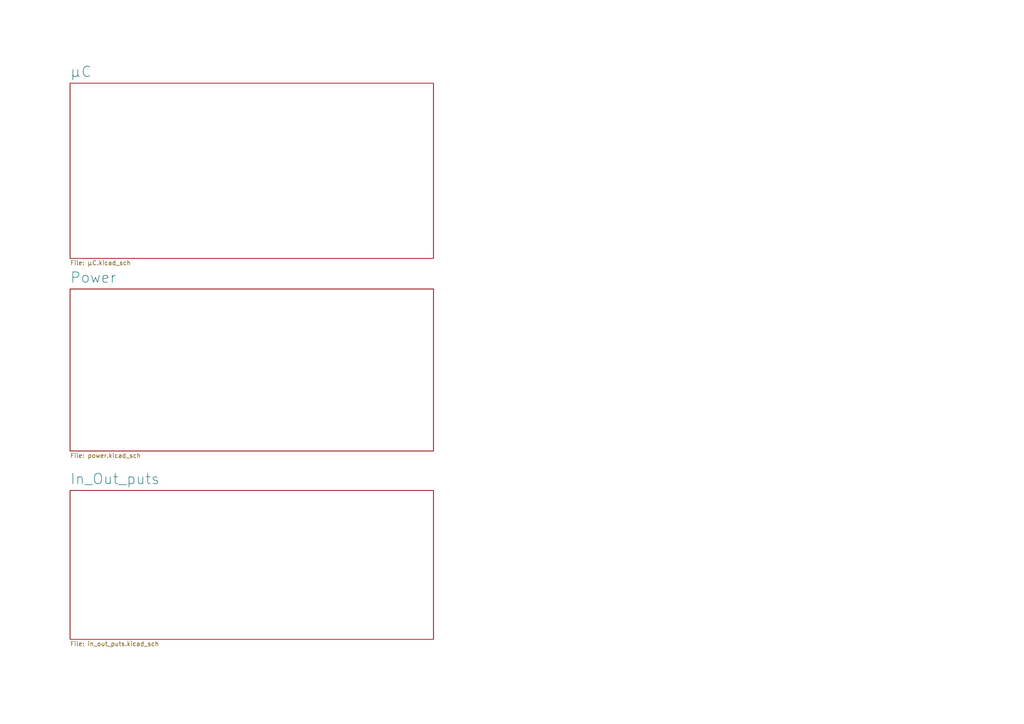
<source format=kicad_sch>
(kicad_sch
	(version 20250114)
	(generator "eeschema")
	(generator_version "9.0")
	(uuid "fc5dd40f-cf0c-4004-b39d-c6d05323db0e")
	(paper "A4")
	(title_block
		(title "Nerf-ATG")
		(date "2025-04-13")
		(rev "1.0")
		(company "made by Nico Hütter")
	)
	(lib_symbols)
	(sheet
		(at 20.32 24.13)
		(size 105.41 50.8)
		(exclude_from_sim no)
		(in_bom yes)
		(on_board yes)
		(dnp no)
		(fields_autoplaced yes)
		(stroke
			(width 0.1524)
			(type solid)
		)
		(fill
			(color 0 0 0 0.0000)
		)
		(uuid "04971dad-1181-4ff1-b99d-d5eca715a10a")
		(property "Sheetname" "µC"
			(at 20.32 22.5534 0)
			(effects
				(font
					(size 3 3)
				)
				(justify left bottom)
			)
		)
		(property "Sheetfile" "µC.kicad_sch"
			(at 20.32 75.5146 0)
			(effects
				(font
					(size 1.27 1.27)
				)
				(justify left top)
			)
		)
		(instances
			(project "LaserOps_PCB"
				(path "/fc5dd40f-cf0c-4004-b39d-c6d05323db0e"
					(page "4")
				)
			)
		)
	)
	(sheet
		(at 20.32 142.24)
		(size 105.41 43.18)
		(exclude_from_sim no)
		(in_bom yes)
		(on_board yes)
		(dnp no)
		(fields_autoplaced yes)
		(stroke
			(width 0.1524)
			(type solid)
		)
		(fill
			(color 0 0 0 0.0000)
		)
		(uuid "60bb22b7-b1cd-47ac-a0be-daf4dc825355")
		(property "Sheetname" "In_Out_puts"
			(at 20.32 140.6634 0)
			(effects
				(font
					(size 3 3)
				)
				(justify left bottom)
			)
		)
		(property "Sheetfile" "in_out_puts.kicad_sch"
			(at 20.32 186.0046 0)
			(effects
				(font
					(size 1.27 1.27)
				)
				(justify left top)
			)
		)
		(instances
			(project "LaserOps_PCB"
				(path "/fc5dd40f-cf0c-4004-b39d-c6d05323db0e"
					(page "3")
				)
			)
		)
	)
	(sheet
		(at 20.32 83.82)
		(size 105.41 46.99)
		(exclude_from_sim no)
		(in_bom yes)
		(on_board yes)
		(dnp no)
		(fields_autoplaced yes)
		(stroke
			(width 0.1524)
			(type solid)
		)
		(fill
			(color 0 0 0 0.0000)
		)
		(uuid "d87c0e11-25bc-47e4-9f8b-0d6cc0deee19")
		(property "Sheetname" "Power"
			(at 20.32 82.2434 0)
			(effects
				(font
					(size 3 3)
				)
				(justify left bottom)
			)
		)
		(property "Sheetfile" "power.kicad_sch"
			(at 20.32 131.3946 0)
			(effects
				(font
					(size 1.27 1.27)
				)
				(justify left top)
			)
		)
		(instances
			(project "LaserOps_PCB"
				(path "/fc5dd40f-cf0c-4004-b39d-c6d05323db0e"
					(page "2")
				)
			)
		)
	)
	(sheet_instances
		(path "/"
			(page "1")
		)
	)
	(embedded_fonts no)
)

</source>
